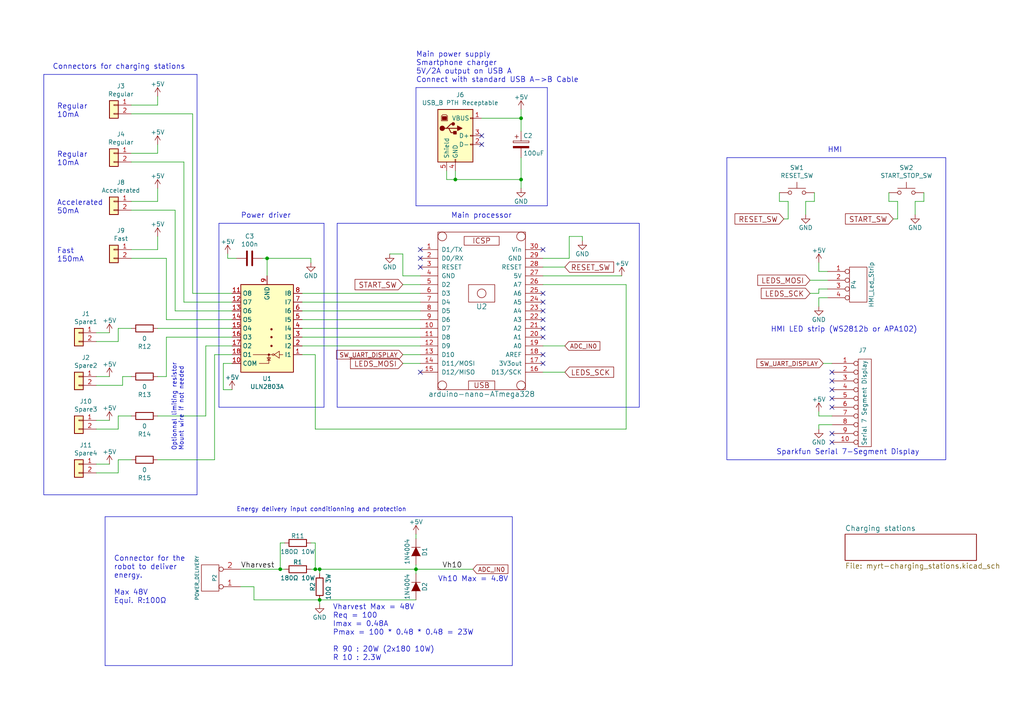
<source format=kicad_sch>
(kicad_sch (version 20230121) (generator eeschema)
  (paper "A4")
  (title_block (title "MakeYourRobotTick - Energy storage & Counter") (date "2017-05-15"))
  (lib_symbols
    (symbol "Connector_Generic:Conn_01x02" (pin_names (offset 1.016) hide)
      (property "Reference" "J" (at 0 2.54 0))
      (property "Value" "Conn_01x02" (at 0 -5.08 0))
      (symbol "Conn_01x02_1_1"
        (rectangle (start -1.27 -2.413) (end 0 -2.667) (stroke (width 0.1524)))
        (rectangle (start -1.27 0.127) (end 0 -0.127) (stroke (width 0.1524)))
        (rectangle (start -1.27 1.27) (end 1.27 -3.81) (stroke (width 0.254)) (fill (type background)))
        (pin passive line (at -5.08 0 0) (length 3.81) (name "Pin_1") (number "1"))
        (pin passive line (at -5.08 -2.54 0) (length 3.81) (name "Pin_2") (number "2"))
      )
    )
    (symbol "Device:C" (pin_numbers hide) (pin_names (offset 0.254))
      (property "Reference" "C" (at 0.635 2.54 0))
      (property "Value" "C" (at 0.635 -2.54 0))
      (symbol "C_0_1"
        (polyline (pts (xy -2.032 -0.762) (xy 2.032 -0.762)) (stroke (width 0.508)))
        (polyline (pts (xy -2.032 0.762) (xy 2.032 0.762)) (stroke (width 0.508)))
      )
      (symbol "C_1_1"
        (pin passive line (at 0 3.81 270) (length 2.794) (name "~") (number "1"))
        (pin passive line (at 0 -3.81 90) (length 2.794) (name "~") (number "2"))
      )
    )
    (symbol "Device:R" (pin_numbers hide) (pin_names (offset 0))
      (property "Reference" "R" (at 2.032 0 90))
      (property "Value" "R" (at 0 0 90))
      (symbol "R_0_1"
        (rectangle (start -1.016 -2.54) (end 1.016 2.54) (stroke (width 0.254)))
      )
      (symbol "R_1_1"
        (pin passive line (at 0 3.81 270) (length 1.27) (name "~") (number "1"))
        (pin passive line (at 0 -3.81 90) (length 1.27) (name "~") (number "2"))
      )
    )
    (symbol "Switch:SW_Push" (pin_numbers hide) (pin_names (offset 1.016) hide)
      (property "Reference" "SW" (at 1.27 2.54 0))
      (property "Value" "SW_Push" (at 0 -1.524 0))
      (symbol "SW_Push_0_1"
        (circle (center -2.032 0) (radius 0.508))
        (polyline (pts (xy 0 1.27) (xy 0 3.048)))
        (polyline (pts (xy 2.54 1.27) (xy -2.54 1.27)))
        (circle (center 2.032 0) (radius 0.508))
        (pin passive line (at -5.08 0 0) (length 2.54) (name "1") (number "1"))
        (pin passive line (at 5.08 0 180) (length 2.54) (name "2") (number "2"))
      )
    )
    (symbol "Transistor_Array:ULN2803A"
      (property "Reference" "U" (at 0 13.335 0))
      (property "Value" "ULN2803A" (at 0 11.43 0))
      (symbol "ULN2803A_0_1"
        (rectangle (start -7.62 -15.24) (end 7.62 10.16) (stroke (width 0.254)) (fill (type background)))
        (circle (center -1.778 5.08) (radius 0.254))
        (circle (center -1.27 -2.286) (radius 0.254) (fill (type outline)))
        (circle (center -1.27 0) (radius 0.254) (fill (type outline)))
        (circle (center -1.27 2.54) (radius 0.254) (fill (type outline)))
        (circle (center -0.508 5.08) (radius 0.254) (fill (type outline)))
        (polyline (pts (xy -4.572 5.08) (xy -3.556 5.08)))
        (polyline (pts (xy -1.524 5.08) (xy 4.064 5.08)))
        (polyline (pts (xy 0 6.731) (xy -1.016 6.731)))
        (polyline (pts (xy -0.508 5.08) (xy -0.508 7.62) (xy 2.286 7.62)))
        (polyline (pts (xy -3.556 6.096) (xy -3.556 4.064) (xy -2.032 5.08) (xy -3.556 6.096)))
        (polyline (pts (xy 0 5.969) (xy -1.016 5.969) (xy -0.508 6.731) (xy 0 5.969)))
      )
      (symbol "ULN2803A_1_1"
        (pin input line (at -10.16 5.08 0) (length 2.54) (name "I1") (number "1"))
        (pin passive line (at 10.16 7.62 180) (length 2.54) (name "COM") (number "10"))
        (pin open_collector line (at 10.16 -12.7 180) (length 2.54) (name "O8") (number "11"))
        (pin open_collector line (at 10.16 -10.16 180) (length 2.54) (name "O7") (number "12"))
        (pin open_collector line (at 10.16 -7.62 180) (length 2.54) (name "O6") (number "13"))
        (pin open_collector line (at 10.16 -5.08 180) (length 2.54) (name "O5") (number "14"))
        (pin open_collector line (at 10.16 -2.54 180) (length 2.54) (name "O4") (number "15"))
        (pin open_collector line (at 10.16 0 180) (length 2.54) (name "O3") (number "16"))
        (pin open_collector line (at 10.16 2.54 180) (length 2.54) (name "O2") (number "17"))
        (pin open_collector line (at 10.16 5.08 180) (length 2.54) (name "O1") (number "18"))
        (pin input line (at -10.16 2.54 0) (length 2.54) (name "I2") (number "2"))
        (pin input line (at -10.16 0 0) (length 2.54) (name "I3") (number "3"))
        (pin input line (at -10.16 -2.54 0) (length 2.54) (name "I4") (number "4"))
        (pin input line (at -10.16 -5.08 0) (length 2.54) (name "I5") (number "5"))
        (pin input line (at -10.16 -7.62 0) (length 2.54) (name "I6") (number "6"))
        (pin input line (at -10.16 -10.16 0) (length 2.54) (name "I7") (number "7"))
        (pin input line (at -10.16 -12.7 0) (length 2.54) (name "I8") (number "8"))
        (pin power_in line (at 0 -17.78 90) (length 2.54) (name "GND") (number "9"))
      )
    )
    (symbol "myrt-rescue:CONN_2" (pin_names (offset 1.016) hide)
      (property "Reference" "P" (at -1.27 0 90))
      (property "Value" "CONN_2" (at 1.27 0 90))
      (symbol "CONN_2_0_1"
        (rectangle (start -2.54 3.81) (end 2.54 -3.81))
      )
      (symbol "CONN_2_1_1"
        (pin passive inverted (at -8.89 2.54 0) (length 6.35) (name "P1") (number "1"))
        (pin passive inverted (at -8.89 -2.54 0) (length 6.35) (name "P2") (number "2"))
      )
    )
    (symbol "myrt-rescue:CONN_4" (pin_names (offset 1.016) hide)
      (property "Reference" "P" (at -1.27 0 90))
      (property "Value" "CONN_4" (at 1.27 0 90))
      (symbol "CONN_4_0_1"
        (rectangle (start -2.54 5.08) (end 2.54 -5.08))
      )
      (symbol "CONN_4_1_1"
        (pin passive inverted (at -8.89 3.81 0) (length 6.35) (name "P1") (number "1"))
        (pin passive inverted (at -8.89 1.27 0) (length 6.35) (name "P2") (number "2"))
        (pin passive inverted (at -8.89 -1.27 0) (length 6.35) (name "P3") (number "3"))
        (pin passive inverted (at -8.89 -3.81 0) (length 6.35) (name "P4") (number "4"))
      )
    )
    (symbol "myrt-rescue:CP" (pin_numbers hide) (pin_names (offset 0.254))
      (property "Reference" "C" (at 0.635 2.54 0))
      (property "Value" "CP" (at 0.635 -2.54 0))
      (symbol "CP_0_1"
        (rectangle (start -2.286 0.508) (end -2.286 1.016))
        (rectangle (start -2.286 0.508) (end 2.286 0.508))
        (polyline (pts (xy -1.778 2.286) (xy -0.762 2.286)))
        (polyline (pts (xy -1.27 2.794) (xy -1.27 1.778)))
        (rectangle (start 2.286 -0.508) (end -2.286 -1.016) (fill (type outline)))
        (rectangle (start 2.286 1.016) (end -2.286 1.016))
        (rectangle (start 2.286 1.016) (end 2.286 0.508))
      )
      (symbol "CP_1_1"
        (pin passive line (at 0 3.81 270) (length 2.794) (name "~") (number "1"))
        (pin passive line (at 0 -3.81 90) (length 2.794) (name "~") (number "2"))
      )
    )
    (symbol "myrt-rescue:D" (pin_numbers hide) (pin_names (offset 1.016) hide)
      (property "Reference" "D" (at 0 2.54 0))
      (property "Value" "D" (at 0 -2.54 0))
      (symbol "D_0_1"
        (polyline (pts (xy -1.27 1.27) (xy -1.27 -1.27)) (stroke (width 0.1524)))
        (polyline (pts (xy 1.27 1.27) (xy -1.27 0) (xy 1.27 -1.27)) (fill (type outline)))
      )
      (symbol "D_1_1"
        (pin passive line (at -3.81 0 0) (length 2.54) (name "K") (number "1"))
        (pin passive line (at 3.81 0 180) (length 2.54) (name "A") (number "2"))
      )
    )
    (symbol "myrt-rescue:R" (pin_numbers hide) (pin_names (offset 0))
      (property "Reference" "R" (at 2.032 0 90))
      (property "Value" "R" (at 0 0 90))
      (symbol "R_0_1"
        (rectangle (start -1.016 -2.54) (end 1.016 2.54) (stroke (width 0.254)))
      )
      (symbol "R_1_1"
        (pin passive line (at 0 3.81 270) (length 1.27) (name "~") (number "1"))
        (pin passive line (at 0 -3.81 90) (length 1.27) (name "~") (number "2"))
      )
    )
    (symbol "myrt-rescue:SIL10" (pin_names (offset 1.016) hide)
      (property "Reference" "J" (at 0 15.24 0))
      (property "Value" "SIL10" (at 0.508 0 90))
      (symbol "SIL10_0_1"
        (rectangle (start -1.27 12.7) (end 2.54 -12.7))
      )
      (symbol "SIL10_1_1"
        (pin passive inverted (at -8.89 11.43 0) (length 7.62) (name "1") (number "1"))
        (pin passive inverted (at -8.89 -11.43 0) (length 7.62) (name "10") (number "10"))
        (pin passive inverted (at -8.89 8.89 0) (length 7.62) (name "2") (number "2"))
        (pin passive inverted (at -8.89 6.35 0) (length 7.62) (name "3") (number "3"))
        (pin passive inverted (at -8.89 3.81 0) (length 7.62) (name "4") (number "4"))
        (pin passive inverted (at -8.89 1.27 0) (length 7.62) (name "5") (number "5"))
        (pin passive inverted (at -8.89 -1.27 0) (length 7.62) (name "6") (number "6"))
        (pin passive inverted (at -8.89 -3.81 0) (length 7.62) (name "7") (number "7"))
        (pin passive inverted (at -8.89 -6.35 0) (length 7.62) (name "8") (number "8"))
        (pin passive inverted (at -8.89 -8.89 0) (length 7.62) (name "9") (number "9"))
      )
    )
    (symbol "myrt-rescue:USB_B-Connector" (pin_names (offset 1.016))
      (property "Reference" "J" (at -5.08 11.43 0))
      (property "Value" "USB_B-Connector" (at -5.08 8.89 0))
      (symbol "USB_B-Connector_0_1"
        (rectangle (start -5.08 -7.62) (end 5.08 7.62) (stroke (width 0.254)) (fill (type background)))
        (circle (center -3.81 2.159) (radius 0.635) (stroke (width 0.254)) (fill (type outline)))
        (rectangle (start -3.81 5.588) (end -2.54 4.572) (fill (type outline)))
        (circle (center -0.635 3.429) (radius 0.381) (stroke (width 0.254)) (fill (type outline)))
        (rectangle (start -0.127 -7.62) (end 0.127 -6.858))
        (polyline (pts (xy -1.905 2.159) (xy 0.635 2.159)) (stroke (width 0.254)))
        (polyline (pts (xy -3.175 2.159) (xy -2.54 2.159) (xy -1.27 3.429) (xy -0.635 3.429)) (stroke (width 0.254)))
        (polyline (pts (xy -2.54 2.159) (xy -1.905 2.159) (xy -1.27 0.889) (xy 0 0.889)) (stroke (width 0.254)))
        (polyline (pts (xy 0.635 2.794) (xy 0.635 1.524) (xy 1.905 2.159) (xy 0.635 2.794)) (stroke (width 0.254)) (fill (type outline)))
        (polyline (pts (xy -4.064 4.318) (xy -2.286 4.318) (xy -2.286 5.715) (xy -2.667 6.096) (xy -3.683 6.096) (xy -4.064 5.715) (xy -4.064 4.318)))
        (rectangle (start 0.254 1.27) (end -0.508 0.508) (stroke (width 0.254)) (fill (type outline)))
        (rectangle (start 5.08 -2.667) (end 4.318 -2.413))
        (rectangle (start 5.08 -0.127) (end 4.318 0.127))
        (rectangle (start 5.08 4.953) (end 4.318 5.207))
      )
      (symbol "USB_B-Connector_1_1"
        (pin power_out line (at 7.62 5.08 180) (length 2.54) (name "VBUS") (number "1"))
        (pin passive line (at 7.62 -2.54 180) (length 2.54) (name "D-") (number "2"))
        (pin passive line (at 7.62 0 180) (length 2.54) (name "D+") (number "3"))
        (pin power_out line (at 0 -10.16 90) (length 2.54) (name "GND") (number "4"))
        (pin passive line (at -2.54 -10.16 90) (length 2.54) (name "Shield") (number "5"))
      )
    )
    (symbol "myrt-rescue:arduino-nano-ATmega328" (pin_names (offset 1.016))
      (property "Reference" "U" (at 0 0 0))
      (property "Value" "arduino-nano-ATmega328" (at 0 -25.4 0))
      (symbol "arduino-nano-ATmega328_0_0"
        (circle (center -11.43 -22.86) (radius 1.27))
        (circle (center -11.43 20.32) (radius 1.27))
        (rectangle (start -3.81 6.35) (end 3.81 1.27))
        (polyline (pts (xy -3.81 -24.13) (xy -3.81 -21.59) (xy 3.81 -21.59) (xy 3.81 -24.13)))
        (circle (center 0 3.81) (radius 1.27))
        (circle (center 11.43 -22.86) (radius 1.27))
        (circle (center 11.43 20.32) (radius 1.27))
        (text "ICSP" (at 0 19.05 0) (effects (font (size 1.524 1.524))))
        (text "USB" (at 0 -22.86 0) (effects (font (size 1.524 1.524))))
      )
      (symbol "arduino-nano-ATmega328_0_1"
        (rectangle (start -5.08 20.32) (end 5.08 17.78))
        (rectangle (start 12.7 -24.13) (end -12.7 21.59))
      )
      (symbol "arduino-nano-ATmega328_1_1"
        (pin bidirectional line (at -17.78 16.51 0) (length 5.08) (name "D1/TX") (number "1"))
        (pin bidirectional line (at -17.78 -6.35 0) (length 5.08) (name "D7") (number "10"))
        (pin bidirectional line (at -17.78 -8.89 0) (length 5.08) (name "D8") (number "11"))
        (pin bidirectional line (at -17.78 -11.43 0) (length 5.08) (name "D9") (number "12"))
        (pin bidirectional line (at -17.78 -13.97 0) (length 5.08) (name "D10") (number "13"))
        (pin bidirectional line (at -17.78 -16.51 0) (length 5.08) (name "D11/MOSI") (number "14"))
        (pin bidirectional line (at -17.78 -19.05 0) (length 5.08) (name "D12/MISO") (number "15"))
        (pin bidirectional line (at 17.78 -19.05 180) (length 5.08) (name "D13/SCK") (number "16"))
        (pin power_out line (at 17.78 -16.51 180) (length 5.08) (name "3V3out") (number "17"))
        (pin input line (at 17.78 -13.97 180) (length 5.08) (name "AREF") (number "18"))
        (pin bidirectional line (at 17.78 -11.43 180) (length 5.08) (name "A0") (number "19"))
        (pin bidirectional line (at -17.78 13.97 0) (length 5.08) (name "D0/RX") (number "2"))
        (pin bidirectional line (at 17.78 -8.89 180) (length 5.08) (name "A1") (number "20"))
        (pin bidirectional line (at 17.78 -6.35 180) (length 5.08) (name "A2") (number "21"))
        (pin bidirectional line (at 17.78 -3.81 180) (length 5.08) (name "A3") (number "22"))
        (pin bidirectional line (at 17.78 -1.27 180) (length 5.08) (name "A4") (number "23"))
        (pin bidirectional line (at 17.78 1.27 180) (length 5.08) (name "A5") (number "24"))
        (pin bidirectional line (at 17.78 3.81 180) (length 5.08) (name "A6") (number "25"))
        (pin bidirectional line (at 17.78 6.35 180) (length 5.08) (name "A7") (number "26"))
        (pin bidirectional line (at 17.78 8.89 180) (length 5.08) (name "5V") (number "27"))
        (pin bidirectional line (at 17.78 11.43 180) (length 5.08) (name "RESET") (number "28"))
        (pin power_in line (at 17.78 13.97 180) (length 5.08) (name "GND") (number "29"))
        (pin bidirectional line (at -17.78 11.43 0) (length 5.08) (name "RESET") (number "3"))
        (pin power_in line (at 17.78 16.51 180) (length 5.08) (name "Vin") (number "30"))
        (pin power_in line (at -17.78 8.89 0) (length 5.08) (name "GND") (number "4"))
        (pin bidirectional line (at -17.78 6.35 0) (length 5.08) (name "D2") (number "5"))
        (pin bidirectional line (at -17.78 3.81 0) (length 5.08) (name "D3") (number "6"))
        (pin bidirectional line (at -17.78 1.27 0) (length 5.08) (name "D4") (number "7"))
        (pin bidirectional line (at -17.78 -1.27 0) (length 5.08) (name "D5") (number "8"))
        (pin bidirectional line (at -17.78 -3.81 0) (length 5.08) (name "D6") (number "9"))
      )
    )
    (symbol "power:+5V" (power) (pin_names (offset 0))
      (property "Value" "+5V" (at 0 3.556 0))
      (symbol "+5V_0_1"
        (polyline (pts (xy -0.762 1.27) (xy 0 2.54)))
        (polyline (pts (xy 0 0) (xy 0 2.54)))
        (polyline (pts (xy 0 2.54) (xy 0.762 1.27)))
      )
      (symbol "+5V_1_1"
        (pin power_in line (at 0 0 90) (length 0) hide (name "+5V") (number "1"))
      )
    )
    (symbol "power:GND" (power) (pin_names (offset 0))
      (property "Value" "GND" (at 0 -3.81 0))
      (symbol "GND_0_1"
        (polyline (pts (xy 0 0) (xy 0 -1.27) (xy 1.27 -1.27) (xy 0 -2.54) (xy -1.27 -1.27) (xy 0 -1.27)))
      )
      (symbol "GND_1_1"
        (pin power_in line (at 0 0 270) (length 0) hide (name "GND") (number "1"))
      )
    )
  )
  (junction (at 92.71 173.99))
  (junction (at 91.44 165.1))
  (junction (at 120.65 165.1))
  (junction (at 92.71 165.1))
  (junction (at 77.47 74.93))
  (junction (at 151.13 52.07))
  (junction (at 151.13 34.29))
  (junction (at 132.08 52.07))
  (junction (at 81.28 165.1))
  (no_connect (at 157.48 72.39))
  (no_connect (at 121.92 72.39))
  (no_connect (at 157.48 95.25))
  (no_connect (at 241.3 118.11))
  (no_connect (at 121.92 77.47))
  (no_connect (at 157.48 85.09))
  (no_connect (at 157.48 102.87))
  (no_connect (at 241.3 128.27))
  (no_connect (at 241.3 110.49))
  (no_connect (at 157.48 97.79))
  (no_connect (at 121.92 107.95))
  (no_connect (at 157.48 92.71))
  (no_connect (at 241.3 125.73))
  (no_connect (at 157.48 87.63))
  (no_connect (at 139.7 39.37))
  (no_connect (at 157.48 105.41))
  (no_connect (at 139.7 41.91))
  (no_connect (at 157.48 90.17))
  (no_connect (at 241.3 113.03))
  (no_connect (at 241.3 107.95))
  (no_connect (at 121.92 74.93))
  (no_connect (at 241.3 115.57))
  (wire (pts (xy 259.08 63.5) (xy 260.35 63.5)))
  (wire (pts (xy 67.31 100.33) (xy 59.69 100.33)))
  (wire (pts (xy 34.29 133.35) (xy 38.1 133.35)))
  (wire (pts (xy 73.66 173.99) (xy 73.66 170.18)))
  (wire (pts (xy 50.8 60.96) (xy 38.1 60.96)))
  (wire (pts (xy 151.13 31.75) (xy 151.13 34.29)))
  (wire (pts (xy 35.56 109.22) (xy 35.56 111.76)))
  (wire (pts (xy 228.6 58.42) (xy 228.6 63.5)))
  (wire (pts (xy 90.17 165.1) (xy 91.44 165.1)))
  (wire (pts (xy 241.3 105.41) (xy 238.76 105.41)))
  (wire (pts (xy 157.48 77.47) (xy 163.83 77.47)))
  (polyline (pts (xy 30.48 193.04) (xy 30.48 149.86)))
  (wire (pts (xy 69.85 165.1) (xy 81.28 165.1)))
  (wire (pts (xy 27.94 99.06) (xy 34.29 99.06)))
  (wire (pts (xy 45.72 72.39) (xy 45.72 68.58)))
  (wire (pts (xy 92.71 165.1) (xy 120.65 165.1)))
  (polyline (pts (xy 148.59 193.04) (xy 30.48 193.04)))
  (wire (pts (xy 121.92 102.87) (xy 116.84 102.87)))
  (wire (pts (xy 45.72 133.35) (xy 62.23 133.35)))
  (wire (pts (xy 120.65 165.1) (xy 120.65 166.37)))
  (wire (pts (xy 151.13 52.07) (xy 151.13 54.61)))
  (polyline (pts (xy 274.32 133.35) (xy 210.82 133.35)))
  (wire (pts (xy 87.63 102.87) (xy 91.44 102.87)))
  (wire (pts (xy 157.48 100.33) (xy 163.83 100.33)))
  (wire (pts (xy 34.29 95.25) (xy 38.1 95.25)))
  (wire (pts (xy 27.94 137.16) (xy 34.29 137.16)))
  (wire (pts (xy 87.63 100.33) (xy 121.92 100.33)))
  (wire (pts (xy 27.94 124.46) (xy 34.29 124.46)))
  (wire (pts (xy 67.31 102.87) (xy 62.23 102.87)))
  (wire (pts (xy 87.63 92.71) (xy 121.92 92.71)))
  (polyline (pts (xy 12.7 143.51) (xy 57.15 143.51)))
  (wire (pts (xy 267.97 58.42) (xy 267.97 55.88)))
  (polyline (pts (xy 97.79 118.11) (xy 97.79 64.77)))
  (wire (pts (xy 92.71 173.99) (xy 92.71 175.26)))
  (wire (pts (xy 38.1 44.45) (xy 45.72 44.45)))
  (wire (pts (xy 121.92 80.01) (xy 116.84 80.01)))
  (polyline (pts (xy 120.65 25.4) (xy 158.75 25.4)))
  (wire (pts (xy 55.88 33.02) (xy 55.88 85.09)))
  (wire (pts (xy 168.91 68.58) (xy 168.91 69.85)))
  (wire (pts (xy 236.22 58.42) (xy 236.22 55.88)))
  (wire (pts (xy 27.94 121.92) (xy 31.75 121.92)))
  (wire (pts (xy 227.33 63.5) (xy 228.6 63.5)))
  (wire (pts (xy 265.43 58.42) (xy 267.97 58.42)))
  (wire (pts (xy 233.68 58.42) (xy 236.22 58.42)))
  (wire (pts (xy 34.29 137.16) (xy 34.29 133.35)))
  (wire (pts (xy 34.29 99.06) (xy 34.29 95.25)))
  (polyline (pts (xy 185.42 64.77) (xy 185.42 118.11)))
  (polyline (pts (xy 210.82 45.72) (xy 274.32 45.72)))
  (wire (pts (xy 157.48 74.93) (xy 165.1 74.93)))
  (wire (pts (xy 129.54 52.07) (xy 132.08 52.07)))
  (wire (pts (xy 45.72 44.45) (xy 45.72 41.91)))
  (wire (pts (xy 121.92 95.25) (xy 87.63 95.25)))
  (wire (pts (xy 48.26 92.71) (xy 48.26 74.93)))
  (wire (pts (xy 27.94 111.76) (xy 35.56 111.76)))
  (wire (pts (xy 241.3 123.19) (xy 237.49 123.19)))
  (wire (pts (xy 64.77 113.03) (xy 64.77 105.41)))
  (wire (pts (xy 165.1 68.58) (xy 168.91 68.58)))
  (wire (pts (xy 81.28 165.1) (xy 82.55 165.1)))
  (wire (pts (xy 53.34 87.63) (xy 67.31 87.63)))
  (wire (pts (xy 45.72 58.42) (xy 45.72 54.61)))
  (wire (pts (xy 116.84 105.41) (xy 121.92 105.41)))
  (wire (pts (xy 157.48 80.01) (xy 180.34 80.01)))
  (wire (pts (xy 77.47 74.93) (xy 77.47 80.01)))
  (wire (pts (xy 151.13 34.29) (xy 139.7 34.29)))
  (wire (pts (xy 165.1 74.93) (xy 165.1 68.58)))
  (wire (pts (xy 73.66 173.99) (xy 92.71 173.99)))
  (wire (pts (xy 87.63 97.79) (xy 121.92 97.79)))
  (wire (pts (xy 91.44 124.46) (xy 181.61 124.46)))
  (wire (pts (xy 91.44 102.87) (xy 91.44 124.46)))
  (wire (pts (xy 45.72 30.48) (xy 45.72 27.94)))
  (wire (pts (xy 91.44 157.48) (xy 91.44 165.1)))
  (wire (pts (xy 260.35 58.42) (xy 257.81 58.42)))
  (polyline (pts (xy 57.15 143.51) (xy 57.15 21.59)))
  (polyline (pts (xy 120.65 59.69) (xy 120.65 25.4)))
  (wire (pts (xy 90.17 74.93) (xy 77.47 74.93)))
  (polyline (pts (xy 93.98 64.77) (xy 93.98 118.11)))
  (wire (pts (xy 237.49 120.65) (xy 237.49 119.38)))
  (polyline (pts (xy 12.7 21.59) (xy 12.7 143.51)))
  (wire (pts (xy 90.17 74.93) (xy 90.17 76.2)))
  (wire (pts (xy 234.95 81.28) (xy 240.03 81.28)))
  (wire (pts (xy 59.69 100.33) (xy 59.69 120.65)))
  (wire (pts (xy 64.77 105.41) (xy 67.31 105.41)))
  (wire (pts (xy 237.49 85.09) (xy 237.49 83.82)))
  (wire (pts (xy 55.88 85.09) (xy 67.31 85.09)))
  (wire (pts (xy 92.71 165.1) (xy 92.71 166.37)))
  (wire (pts (xy 237.49 78.74) (xy 237.49 76.2)))
  (wire (pts (xy 120.65 165.1) (xy 137.16 165.1)))
  (wire (pts (xy 34.29 124.46) (xy 34.29 120.65)))
  (wire (pts (xy 66.04 73.66) (xy 66.04 74.93)))
  (wire (pts (xy 116.84 80.01) (xy 116.84 73.66)))
  (polyline (pts (xy 185.42 118.11) (xy 97.79 118.11)))
  (wire (pts (xy 260.35 58.42) (xy 260.35 63.5)))
  (wire (pts (xy 116.84 73.66) (xy 113.03 73.66)))
  (wire (pts (xy 66.04 74.93) (xy 68.58 74.93)))
  (wire (pts (xy 237.49 86.36) (xy 240.03 86.36)))
  (wire (pts (xy 45.72 120.65) (xy 59.69 120.65)))
  (wire (pts (xy 27.94 134.62) (xy 31.75 134.62)))
  (polyline (pts (xy 158.75 59.69) (xy 120.65 59.69)))
  (wire (pts (xy 181.61 124.46) (xy 181.61 82.55)))
  (wire (pts (xy 240.03 78.74) (xy 237.49 78.74)))
  (wire (pts (xy 132.08 52.07) (xy 132.08 49.53)))
  (polyline (pts (xy 30.48 149.86) (xy 148.59 149.86)))
  (wire (pts (xy 257.81 58.42) (xy 257.81 55.88)))
  (wire (pts (xy 237.49 123.19) (xy 237.49 124.46)))
  (wire (pts (xy 116.84 82.55) (xy 121.92 82.55)))
  (wire (pts (xy 163.83 107.95) (xy 157.48 107.95)))
  (polyline (pts (xy 93.98 118.11) (xy 63.5 118.11)))
  (wire (pts (xy 62.23 102.87) (xy 62.23 133.35)))
  (wire (pts (xy 53.34 46.99) (xy 53.34 87.63)))
  (wire (pts (xy 38.1 30.48) (xy 45.72 30.48)))
  (wire (pts (xy 226.06 55.88) (xy 226.06 58.42)))
  (polyline (pts (xy 274.32 45.72) (xy 274.32 133.35)))
  (wire (pts (xy 67.31 113.03) (xy 64.77 113.03)))
  (wire (pts (xy 233.68 58.42) (xy 233.68 62.23)))
  (wire (pts (xy 38.1 72.39) (xy 45.72 72.39)))
  (wire (pts (xy 81.28 157.48) (xy 81.28 165.1)))
  (wire (pts (xy 27.94 109.22) (xy 31.75 109.22)))
  (wire (pts (xy 90.17 157.48) (xy 91.44 157.48)))
  (wire (pts (xy 50.8 90.17) (xy 67.31 90.17)))
  (wire (pts (xy 48.26 109.22) (xy 45.72 109.22)))
  (wire (pts (xy 27.94 96.52) (xy 31.75 96.52)))
  (wire (pts (xy 237.49 88.9) (xy 237.49 86.36)))
  (wire (pts (xy 226.06 58.42) (xy 228.6 58.42)))
  (wire (pts (xy 87.63 85.09) (xy 121.92 85.09)))
  (polyline (pts (xy 63.5 64.77) (xy 63.5 118.11)))
  (wire (pts (xy 241.3 120.65) (xy 237.49 120.65)))
  (wire (pts (xy 34.29 120.65) (xy 38.1 120.65)))
  (wire (pts (xy 157.48 82.55) (xy 181.61 82.55)))
  (polyline (pts (xy 210.82 133.35) (xy 210.82 45.72)))
  (wire (pts (xy 91.44 165.1) (xy 92.71 165.1)))
  (wire (pts (xy 132.08 52.07) (xy 151.13 52.07)))
  (wire (pts (xy 120.65 163.83) (xy 120.65 165.1)))
  (wire (pts (xy 55.88 33.02) (xy 38.1 33.02)))
  (wire (pts (xy 73.66 170.18) (xy 69.85 170.18)))
  (wire (pts (xy 48.26 97.79) (xy 67.31 97.79)))
  (polyline (pts (xy 63.5 64.77) (xy 93.98 64.77)))
  (wire (pts (xy 121.92 90.17) (xy 87.63 90.17)))
  (wire (pts (xy 38.1 109.22) (xy 35.56 109.22)))
  (wire (pts (xy 48.26 74.93) (xy 38.1 74.93)))
  (polyline (pts (xy 158.75 25.4) (xy 158.75 59.69)))
  (wire (pts (xy 129.54 49.53) (xy 129.54 52.07)))
  (wire (pts (xy 45.72 95.25) (xy 67.31 95.25)))
  (polyline (pts (xy 148.59 149.86) (xy 148.59 193.04)))
  (wire (pts (xy 48.26 92.71) (xy 67.31 92.71)))
  (wire (pts (xy 38.1 58.42) (xy 45.72 58.42)))
  (wire (pts (xy 151.13 34.29) (xy 151.13 38.1)))
  (polyline (pts (xy 57.15 21.59) (xy 12.7 21.59)))
  (wire (pts (xy 50.8 90.17) (xy 50.8 60.96)))
  (wire (pts (xy 121.92 87.63) (xy 87.63 87.63)))
  (wire (pts (xy 82.55 157.48) (xy 81.28 157.48)))
  (wire (pts (xy 120.65 154.94) (xy 120.65 156.21)))
  (wire (pts (xy 48.26 97.79) (xy 48.26 109.22)))
  (wire (pts (xy 237.49 83.82) (xy 240.03 83.82)))
  (wire (pts (xy 53.34 46.99) (xy 38.1 46.99)))
  (wire (pts (xy 265.43 58.42) (xy 265.43 62.23)))
  (polyline (pts (xy 97.79 64.77) (xy 185.42 64.77)))
  (wire (pts (xy 234.95 85.09) (xy 237.49 85.09)))
  (wire (pts (xy 151.13 45.72) (xy 151.13 52.07)))
  (wire (pts (xy 76.2 74.93) (xy 77.47 74.93)))
  (wire (pts (xy 92.71 173.99) (xy 120.65 173.99)))
  (text "Connector for the\nrobot to deliver\nenergy.\n\nMax 48V\nEqui. R:100Ω" (at 33.02 175.26 0) (effects (font (size 1.524 1.524)) (justify left bottom)))
  (text "Energy delivery input conditionning and protection" (at 68.58 148.59 0) (effects (font (size 1.27 1.27)) (justify left bottom)))
  (text "Optionnal limiting resistor\nMount wire if not needed" (at 53.34 130.81 90) (effects (font (size 1.27 1.27)) (justify left bottom)))
  (text "Vharvest Max = 48V\nReq = 100\nImax = 0.48A\nPmax = 100 * 0.48 * 0.48 = 23W\n\nR 90 : 20W (2x180 10W)\nR 10 : 2.3W" (at 96.52 191.77 0) (effects (font (size 1.524 1.524)) (justify left bottom)))
  (text "HMI" (at 240.03 44.45 0) (effects (font (size 1.524 1.524)) (justify left bottom)))
  (text "Main power supply\nSmartphone charger\n5V/2A output on USB A\nConnect with standard USB A->B Cable" (at 120.65 24.13 0) (effects (font (size 1.524 1.524)) (justify left bottom)))
  (text "Power driver" (at 69.85 63.5 0) (effects (font (size 1.524 1.524)) (justify left bottom)))
  (text "Vh10 Max = 4.8V" (at 127 168.91 0) (effects (font (size 1.524 1.524)) (justify left bottom)))
  (text "Connectors for charging stations" (at 15.24 20.32 0) (effects (font (size 1.524 1.524)) (justify left bottom)))
  (text "Sparkfun Serial 7-Segment Display" (at 266.7 132.08 0) (effects (font (size 1.524 1.524)) (justify right bottom)))
  (text "HMI LED strip (WS2812b or APA102)" (at 223.52 96.52 0) (effects (font (size 1.524 1.524)) (justify left bottom)))
  (text "Accelerated\n50mA" (at 16.51 62.23 0) (effects (font (size 1.524 1.524)) (justify left bottom)))
  (text "Regular\n10mA" (at 16.51 34.29 0) (effects (font (size 1.524 1.524)) (justify left bottom)))
  (text "Fast\n150mA" (at 16.51 76.2 0) (effects (font (size 1.524 1.524)) (justify left bottom)))
  (text "Main processor" (at 130.81 63.5 0) (effects (font (size 1.524 1.524)) (justify left bottom)))
  (text "Regular\n10mA" (at 16.51 48.26 0) (effects (font (size 1.524 1.524)) (justify left bottom)))
  (label "Vharvest" (at 69.85 165.1 0) (effects (font (size 1.524 1.524))))
  (label "Vh10" (at 128.27 165.1 0) (effects (font (size 1.524 1.524))))
  (global_label "LEDS_SCK" (shape input) (at 234.95 85.09 180) (effects (font (size 1.524 1.524))) (property "Intersheetrefs" "${INTERSHEET_REFS}" (effects hide)) (property "Références Inter-Feuilles" "${INTERSHEET_REFS}" (effects hide)))
  (global_label "LEDS_SCK" (shape input) (at 163.83 107.95 0) (effects (font (size 1.524 1.524))) (property "Intersheetrefs" "${INTERSHEET_REFS}" (effects hide)) (property "Références Inter-Feuilles" "${INTERSHEET_REFS}" (effects hide)))
  (global_label "RESET_SW" (shape input) (at 227.33 63.5 180) (effects (font (size 1.524 1.524))) (property "Intersheetrefs" "${INTERSHEET_REFS}" (effects hide)) (property "Références Inter-Feuilles" "${INTERSHEET_REFS}" (effects hide)))
  (global_label "ADC_IN0" (shape input) (at 163.83 100.33 0) (property "Intersheetrefs" "${INTERSHEET_REFS}" (effects hide)) (property "Références Inter-Feuilles" "${INTERSHEET_REFS}" (effects hide)))
  (global_label "SW_UART_DISPLAY" (shape input) (at 238.76 105.41 180) (property "Intersheetrefs" "${INTERSHEET_REFS}" (effects hide)) (property "Références Inter-Feuilles" "${INTERSHEET_REFS}" (effects hide)))
  (global_label "SW_UART_DISPLAY" (shape input) (at 116.84 102.87 180) (property "Intersheetrefs" "${INTERSHEET_REFS}" (effects hide)) (property "Références Inter-Feuilles" "${INTERSHEET_REFS}" (effects hide)))
  (global_label "LEDS_MOSI" (shape input) (at 234.95 81.28 180) (effects (font (size 1.524 1.524))) (property "Intersheetrefs" "${INTERSHEET_REFS}" (effects hide)) (property "Références Inter-Feuilles" "${INTERSHEET_REFS}" (effects hide)))
  (global_label "START_SW" (shape input) (at 116.84 82.55 180) (effects (font (size 1.524 1.524))) (property "Intersheetrefs" "${INTERSHEET_REFS}" (effects hide)) (property "Références Inter-Feuilles" "${INTERSHEET_REFS}" (effects hide)))
  (global_label "START_SW" (shape input) (at 259.08 63.5 180) (effects (font (size 1.524 1.524))) (property "Intersheetrefs" "${INTERSHEET_REFS}" (effects hide)) (property "Références Inter-Feuilles" "${INTERSHEET_REFS}" (effects hide)))
  (global_label "LEDS_MOSI" (shape input) (at 116.84 105.41 180) (effects (font (size 1.524 1.524))) (property "Intersheetrefs" "${INTERSHEET_REFS}" (effects hide)) (property "Références Inter-Feuilles" "${INTERSHEET_REFS}" (effects hide)))
  (global_label "ADC_IN0" (shape input) (at 137.16 165.1 0) (property "Intersheetrefs" "${INTERSHEET_REFS}" (effects hide)) (property "Références Inter-Feuilles" "${INTERSHEET_REFS}" (effects hide)))
  (global_label "RESET_SW" (shape input) (at 163.83 77.47 0) (effects (font (size 1.524 1.524))) (property "Intersheetrefs" "${INTERSHEET_REFS}" (effects hide)) (property "Références Inter-Feuilles" "${INTERSHEET_REFS}" (effects hide)))
  (symbol (lib_id "myrt-rescue:arduino-nano-ATmega328") (at 139.7 88.9 0) (unit 1)
    (property "Reference" "U2" (at 139.7 88.9 0) (effects (font (size 1.524 1.524))))
    (property "Value" "arduino-nano-ATmega328" (at 139.7 114.3 0) (effects (font (size 1.524 1.524))))
    (property "Footprint" "Module:Arduino_Nano" (effects hide))
    (property "Manufacturer" "Arduino" (effects hide))
    (property "Product Code" "Nano" (effects hide))
    (property "Vendor" "Farnell" (effects hide))
    (property "Order Code" "1848691" (effects hide))
    (property "Vendor URL" "https://fr.farnell.com/arduino/a000005/arduino-nano-carte-d-eval/dp/1848691?st=arduino%20nano" (effects hide))
    (property "Price" "16.29€" (effects hide))
  )
  (symbol (lib_id "power:GND") (at 151.13 54.61 0) (unit 1)
    (property "Reference" "#PWR01" (effects hide))
    (property "Value" "GND" (at 151.13 58.42 0))
  )
  (symbol (lib_id "myrt-rescue:CP") (at 151.13 41.91 0) (unit 1)
    (property "Reference" "C2" (at 151.765 39.37 0) (effects (justify left)))
    (property "Value" "100uF" (at 151.765 44.45 0) (effects (justify left)))
    (property "Footprint" "Capacitor_THT:CP_Radial_D10.0mm_P5.00mm" (effects hide))
    (property "Manufacturer" "Generic" (effects hide))
    (property "Vendor" "Stock" (effects hide))
  )
  (symbol (lib_id "power:GND") (at 113.03 73.66 0) (unit 1)
    (property "Reference" "#PWR02" (effects hide))
    (property "Value" "GND" (at 113.03 77.47 0))
  )
  (symbol (lib_id "power:+5V") (at 151.13 31.75 0) (unit 1)
    (property "Reference" "#PWR03" (effects hide))
    (property "Value" "+5V" (at 151.13 28.194 0))
  )
  (symbol (lib_id "power:+5V") (at 180.34 80.01 0) (unit 1)
    (property "Reference" "#PWR04" (effects hide))
    (property "Value" "+5V" (at 180.34 76.454 0))
  )
  (symbol (lib_id "power:GND") (at 168.91 69.85 0) (unit 1)
    (property "Reference" "#PWR05" (effects hide))
    (property "Value" "GND" (at 168.91 73.66 0))
  )
  (symbol (lib_id "power:+5V") (at 45.72 27.94 0) (unit 1)
    (property "Reference" "#PWR06" (effects hide))
    (property "Value" "+5V" (at 45.72 24.384 0))
  )
  (symbol (lib_id "power:+5V") (at 45.72 41.91 0) (unit 1)
    (property "Reference" "#PWR07" (effects hide))
    (property "Value" "+5V" (at 45.72 38.354 0))
  )
  (symbol (lib_id "power:+5V") (at 67.31 113.03 0) (unit 1)
    (property "Reference" "#PWR010" (effects hide))
    (property "Value" "+5V" (at 67.31 109.474 0))
  )
  (symbol (lib_id "power:GND") (at 90.17 76.2 0) (unit 1)
    (property "Reference" "#PWR011" (effects hide))
    (property "Value" "GND" (at 90.17 80.01 0))
  )
  (symbol (lib_id "power:GND") (at 233.68 62.23 0) (unit 1)
    (property "Reference" "#PWR012" (effects hide))
    (property "Value" "GND" (at 233.68 66.04 0))
  )
  (symbol (lib_id "power:GND") (at 265.43 62.23 0) (unit 1)
    (property "Reference" "#PWR013" (effects hide))
    (property "Value" "GND" (at 265.43 66.04 0))
  )
  (symbol (lib_id "myrt-rescue:CONN_4") (at 248.92 82.55 0) (unit 1)
    (property "Reference" "P4" (at 247.65 82.55 90))
    (property "Value" "HMI_Led_Strip" (at 252.73 82.55 90))
    (property "Footprint" "Connector_PinSocket_2.54mm:PinSocket_1x04_P2.54mm_Vertical" (effects hide))
    (property "Vendor" "Stock" (effects hide))
  )
  (symbol (lib_id "power:+5V") (at 237.49 76.2 0) (unit 1)
    (property "Reference" "#PWR014" (effects hide))
    (property "Value" "+5V" (at 237.49 72.644 0))
  )
  (symbol (lib_id "power:GND") (at 237.49 88.9 0) (unit 1)
    (property "Reference" "#PWR015" (effects hide))
    (property "Value" "GND" (at 237.49 92.71 0))
  )
  (symbol (lib_id "myrt-rescue:CONN_2") (at 60.96 167.64 180) (unit 1)
    (property "Reference" "P2" (at 62.23 167.64 90) (effects (font (size 1.016 1.016))))
    (property "Value" "POWER_DELIVERY" (at 57.15 167.64 90) (effects (font (size 1.016 1.016))))
    (property "Footprint" "Connector_Phoenix_MC:PhoenixContact_MCV_1,5_2-G-3.5_1x02_P3.50mm_Vertical" (effects hide))
    (property "Vendor" "Farnell" (effects hide))
    (property "Manufacturer" "Phoenix Contact" (effects hide))
    (property "Order Code" "3704816" (effects hide))
    (property "Price" "0,694 €" (effects hide))
    (property "Product Code" "1843606" (effects hide))
    (property "Vendor URL" "https://fr.farnell.com/phoenix-contact/1843606/embase-male-verticalee-ci-2v-3/dp/3704816" (effects hide))
  )
  (symbol (lib_id "power:GND") (at 92.71 175.26 0) (unit 1)
    (property "Reference" "#PWR017" (effects hide))
    (property "Value" "GND" (at 92.71 179.07 0))
  )
  (symbol (lib_id "myrt-rescue:SIL10") (at 250.19 116.84 0) (unit 1)
    (property "Reference" "J7" (at 250.19 101.6 0))
    (property "Value" "Serial 7 Segment Display" (at 250.698 116.84 90))
    (property "Footprint" "Connector_PinSocket_2.54mm:PinSocket_1x10_P2.54mm_Vertical" (effects hide))
    (property "Vendor" "Stock" (effects hide))
    (property "Manufacturer" "Generic" (effects hide))
    (property "Note" "Pin row, soldered" (effects hide))
  )
  (symbol (lib_id "power:GND") (at 237.49 124.46 0) (unit 1)
    (property "Reference" "#PWR018" (effects hide))
    (property "Value" "GND" (at 237.49 128.27 0))
  )
  (symbol (lib_id "power:+5V") (at 237.49 119.38 0) (unit 1)
    (property "Reference" "#PWR019" (effects hide))
    (property "Value" "+5V" (at 237.49 115.824 0))
  )
  (symbol (lib_id "myrt-rescue:R") (at 86.36 165.1 270) (mirror x) (unit 1)
    (property "Reference" "R1" (at 86.36 163.068 90))
    (property "Value" "180Ω 10W" (at 86.36 167.64 90))
    (property "Footprint" "Resistor_THT:R_Axial_Power_L48.0mm_W12.5mm_P55.88mm" (effects hide))
    (property "Datasheet" "https://www.mouser.fr/datasheet/2/427/rsns-226497.pdf" (effects hide))
    (property "Manufacturer" "Ohmite" (effects hide))
    (property "Product Code" "40F180E" (effects hide))
    (property "Vendor" "Mouser" (effects hide))
    (property "Order Code" "588-40F180E" (effects hide))
    (property "Vendor URL" "https://www.mouser.fr/ProductDetail/Ohmite/40F180E?qs=sGAEpiMZZMtlubZbdhIBIEHdO7eSZkmT7R5sDi8s8e4=" (effects hide))
    (property "Price" "1.84€" (effects hide))
  )
  (symbol (lib_id "myrt-rescue:R") (at 92.71 170.18 180) (unit 1)
    (property "Reference" "R2" (at 90.678 170.18 90))
    (property "Value" "10Ω 3W" (at 95.25 170.18 90))
    (property "Footprint" "Resistor_THT:R_Axial_DIN0516_L15.5mm_D5.0mm_P25.40mm_Horizontal" (effects hide))
    (property "Datasheet" "https://www.mouser.fr/datasheet/2/427/rsns-226497.pdf" (effects hide))
    (property "Manufacturer" "Vishay" (effects hide))
    (property "Product Code" "RS02B10R00FE70" (effects hide))
    (property "Vendor" "Mouser" (effects hide))
    (property "Order Code" "71-RS02B10R00FE70 " (effects hide))
    (property "Vendor URL" "https://www.mouser.fr/ProductDetail/Vishay-Dale/RS02B10R00FE70?qs=sGAEpiMZZMtlubZbdhIBIEQr48pzz0ljrw8eIRcvLmY%3d" (effects hide))
    (property "Price" "0.655€" (effects hide))
  )
  (symbol (lib_id "myrt-rescue:D") (at 120.65 160.02 270) (unit 1)
    (property "Reference" "D1" (at 123.19 160.02 0))
    (property "Value" "1N4004" (at 118.11 160.02 0))
    (property "Footprint" "Diode_THT:D_DO-41_SOD81_P12.70mm_Horizontal" (effects hide))
    (property "Manufacturer" "Generic" (effects hide))
    (property "Vendor" "Stock" (effects hide))
  )
  (symbol (lib_id "myrt-rescue:D") (at 120.65 170.18 270) (unit 1)
    (property "Reference" "D2" (at 123.19 170.18 0))
    (property "Value" "1N4004" (at 118.11 170.18 0))
    (property "Footprint" "Diode_THT:D_DO-41_SOD81_P12.70mm_Horizontal" (effects hide))
    (property "Manufacturer" "Generic" (effects hide))
    (property "Vendor" "Stock" (effects hide))
  )
  (symbol (lib_id "power:+5V") (at 120.65 154.94 0) (unit 1)
    (property "Reference" "#PWR021" (effects hide))
    (property "Value" "+5V" (at 120.65 151.384 0))
  )
  (symbol (lib_id "Switch:SW_Push") (at 231.14 55.88 0) (unit 1)
    (property "Reference" "SW1" (at 231.14 48.641 0))
    (property "Value" "RESET_SW" (at 231.14 50.9524 0))
    (property "Footprint" "Button_Switch_THT:SW_PUSH-12mm_Wuerth-430476085716" (effects hide))
    (property "Vendor" "Stock" (effects hide))
  )
  (symbol (lib_id "Switch:SW_Push") (at 262.89 55.88 0) (unit 1)
    (property "Reference" "SW2" (at 262.89 48.641 0))
    (property "Value" "START_STOP_SW" (at 262.89 50.9524 0))
    (property "Footprint" "Button_Switch_THT:SW_PUSH-12mm_Wuerth-430476085716" (effects hide))
    (property "Vendor" "Stock" (effects hide))
  )
  (symbol (lib_id "Transistor_Array:ULN2803A") (at 77.47 97.79 180) (unit 1)
    (property "Reference" "U1" (at 77.47 109.8296 0))
    (property "Value" "ULN2803A" (at 77.47 112.141 0))
    (property "Footprint" "Package_DIP:DIP-18_W7.62mm_Socket_LongPads" (effects hide))
    (property "Datasheet" "http://www.ti.com/lit/ds/symlink/uln2803a.pdf" (effects hide))
    (property "Manufacturer" "Generic" (effects hide))
    (property "Vendor" "Stock" (effects hide))
  )
  (symbol (lib_id "Device:R") (at 41.91 95.25 270) (mirror x) (unit 1)
    (property "Reference" "R12" (at 41.91 100.5078 90))
    (property "Value" "0" (at 41.91 98.1964 90))
    (property "Footprint" "Resistor_THT:R_Axial_DIN0207_L6.3mm_D2.5mm_P15.24mm_Horizontal" (effects hide))
    (property "Vendor" "Stock" (effects hide))
    (property "Note" "Not mounted" (effects hide))
  )
  (symbol (lib_id "Connector_Generic:Conn_01x02") (at 33.02 30.48 0) (mirror y) (unit 1)
    (property "Reference" "J3" (at 35.052 24.9682 0))
    (property "Value" "Regular" (at 35.052 27.2796 0))
    (property "Footprint" "Connector_Phoenix_MC:PhoenixContact_MCV_1,5_2-G-3.5_1x02_P3.50mm_Vertical" (effects hide))
    (property "Manufacturer" "Phoenix Contact" (effects hide))
    (property "Product Code" "1843606" (effects hide))
    (property "Vendor" "Farnell" (effects hide))
    (property "Order Code" "3704816" (effects hide))
    (property "Vendor URL" "https://fr.farnell.com/phoenix-contact/1843606/embase-male-verticalee-ci-2v-3/dp/3704816" (effects hide))
    (property "Price" "0,694 €" (effects hide))
    (property "Notes" "Mate with product 1863152, order code 5089050" (effects hide))
  )
  (symbol (lib_id "Connector_Generic:Conn_01x02") (at 33.02 44.45 0) (mirror y) (unit 1)
    (property "Reference" "J4" (at 35.052 38.9382 0))
    (property "Value" "Regular" (at 35.052 41.2496 0))
    (property "Footprint" "Connector_Phoenix_MC:PhoenixContact_MCV_1,5_2-G-3.5_1x02_P3.50mm_Vertical" (effects hide))
    (property "Vendor" "Farnell" (effects hide))
    (property "Manufacturer" "Phoenix Contact" (effects hide))
    (property "Order Code" "3704816" (effects hide))
    (property "Price" "0,694 €" (effects hide))
    (property "Product Code" "1843606" (effects hide))
    (property "Vendor URL" "https://fr.farnell.com/phoenix-contact/1843606/embase-male-verticalee-ci-2v-3/dp/3704816" (effects hide))
  )
  (symbol (lib_id "Connector_Generic:Conn_01x02") (at 33.02 58.42 0) (mirror y) (unit 1)
    (property "Reference" "J8" (at 35.052 52.9082 0))
    (property "Value" "Accelerated" (at 35.052 55.2196 0))
    (property "Footprint" "Connector_Phoenix_MC:PhoenixContact_MCV_1,5_2-G-3.5_1x02_P3.50mm_Vertical" (effects hide))
    (property "Vendor" "Farnell" (effects hide))
    (property "Manufacturer" "Phoenix Contact" (effects hide))
    (property "Order Code" "3704816" (effects hide))
    (property "Price" "0,694 €" (effects hide))
    (property "Product Code" "1843606" (effects hide))
    (property "Vendor URL" "https://fr.farnell.com/phoenix-contact/1843606/embase-male-verticalee-ci-2v-3/dp/3704816" (effects hide))
  )
  (symbol (lib_id "power:+5V") (at 45.72 54.61 0) (unit 1)
    (property "Reference" "#PWR016" (effects hide))
    (property "Value" "+5V" (at 45.72 51.054 0))
  )
  (symbol (lib_id "Connector_Generic:Conn_01x02") (at 33.02 72.39 0) (mirror y) (unit 1)
    (property "Reference" "J9" (at 35.052 66.8782 0))
    (property "Value" "Fast" (at 35.052 69.1896 0))
    (property "Footprint" "Connector_Phoenix_MC:PhoenixContact_MCV_1,5_2-G-3.5_1x02_P3.50mm_Vertical" (effects hide))
    (property "Vendor" "Farnell" (effects hide))
    (property "Manufacturer" "Phoenix Contact" (effects hide))
    (property "Order Code" "3704816" (effects hide))
    (property "Price" "0,694 €" (effects hide))
    (property "Product Code" "1843606" (effects hide))
    (property "Vendor URL" "https://fr.farnell.com/phoenix-contact/1843606/embase-male-verticalee-ci-2v-3/dp/3704816" (effects hide))
  )
  (symbol (lib_id "power:+5V") (at 45.72 68.58 0) (unit 1)
    (property "Reference" "#PWR020" (effects hide))
    (property "Value" "+5V" (at 45.72 65.024 0))
  )
  (symbol (lib_id "Connector_Generic:Conn_01x02") (at 22.86 96.52 0) (mirror y) (unit 1)
    (property "Reference" "J1" (at 24.892 91.0082 0))
    (property "Value" "Spare1" (at 24.892 93.3196 0))
    (property "Footprint" "Connector_Phoenix_MC:PhoenixContact_MCV_1,5_2-G-3.5_1x02_P3.50mm_Vertical" (effects hide))
    (property "Vendor" "Farnell" (effects hide))
    (property "Manufacturer" "Phoenix Contact" (effects hide))
    (property "Order Code" "3704816" (effects hide))
    (property "Price" "0,694 €" (effects hide))
    (property "Product Code" "1843606" (effects hide))
    (property "Vendor URL" "https://fr.farnell.com/phoenix-contact/1843606/embase-male-verticalee-ci-2v-3/dp/3704816" (effects hide))
  )
  (symbol (lib_id "myrt-rescue:R") (at 86.36 157.48 270) (mirror x) (unit 1)
    (property "Reference" "R11" (at 86.36 155.448 90))
    (property "Value" "180Ω 10W" (at 86.36 160.02 90))
    (property "Footprint" "Resistor_THT:R_Axial_Power_L48.0mm_W12.5mm_P55.88mm" (effects hide))
    (property "Datasheet" "https://www.mouser.fr/datasheet/2/427/rsns-226497.pdf" (effects hide))
    (property "Manufacturer" "Ohmite" (effects hide))
    (property "Product Code" "40F180E" (effects hide))
    (property "Vendor" "Mouser" (effects hide))
    (property "Order Code" "588-40F180E" (effects hide))
    (property "Vendor URL" "https://www.mouser.fr/ProductDetail/Ohmite/40F180E?qs=sGAEpiMZZMtlubZbdhIBIEHdO7eSZkmT7R5sDi8s8e4=" (effects hide))
    (property "Price" "1.84€" (effects hide))
  )
  (symbol (lib_id "myrt-rescue:USB_B-Connector") (at 132.08 39.37 0) (unit 1)
    (property "Reference" "J6" (at 133.477 27.5082 0))
    (property "Value" "USB_B PTH Receptable" (at 133.477 29.8196 0))
    (property "Footprint" "Connector_USB:USB_B_OST_USB-B1HSxx_Horizontal" (effects hide))
    (property "Datasheet" "https://www.mouser.fr/datasheet/2/670/uj2-bh-th-1313253.pdf" (effects hide))
    (property "Manufacturer" "CUI Inc." (effects hide))
    (property "Product Code" "UJ2-BH-1-TH " (effects hide))
    (property "Vendor" "Mouser" (effects hide))
    (property "Order Code" "490-UJ2-BH-1-TH" (effects hide))
    (property "Vendor URL" "https://www.mouser.fr/ProductDetail/CUI/UJ2-BH-1-TH?qs=sGAEpiMZZMulM8LPOQ%252byk%252br6FietFiXBCIrgS7RAKFVYT%252bdozVdYew%3d%3d" (effects hide))
    (property "Price" "0.553€" (effects hide))
  )
  (symbol (lib_id "power:+5V") (at 31.75 96.52 0) (unit 1)
    (property "Reference" "#PWR08" (effects hide))
    (property "Value" "+5V" (at 31.75 92.964 0))
  )
  (symbol (lib_id "Connector_Generic:Conn_01x02") (at 22.86 109.22 0) (mirror y) (unit 1)
    (property "Reference" "J2" (at 24.892 103.7082 0))
    (property "Value" "Spare2" (at 24.892 106.0196 0))
    (property "Footprint" "Connector_Phoenix_MC:PhoenixContact_MCV_1,5_2-G-3.5_1x02_P3.50mm_Vertical" (effects hide))
    (property "Vendor" "Farnell" (effects hide))
    (property "Manufacturer" "Phoenix Contact" (effects hide))
    (property "Order Code" "3704816" (effects hide))
    (property "Price" "0,694 €" (effects hide))
    (property "Product Code" "1843606" (effects hide))
    (property "Vendor URL" "https://fr.farnell.com/phoenix-contact/1843606/embase-male-verticalee-ci-2v-3/dp/3704816" (effects hide))
  )
  (symbol (lib_id "Device:R") (at 41.91 109.22 270) (mirror x) (unit 1)
    (property "Reference" "R13" (at 41.91 114.4778 90))
    (property "Value" "0" (at 41.91 112.1664 90))
    (property "Footprint" "Resistor_THT:R_Axial_DIN0207_L6.3mm_D2.5mm_P15.24mm_Horizontal" (effects hide))
    (property "Vendor" "Stock" (effects hide))
    (property "Note" "Not mounted" (effects hide))
  )
  (symbol (lib_id "power:+5V") (at 31.75 109.22 0) (unit 1)
    (property "Reference" "#PWR09" (effects hide))
    (property "Value" "+5V" (at 31.75 105.664 0))
  )
  (symbol (lib_id "Device:C") (at 72.39 74.93 270) (unit 1)
    (property "Reference" "C3" (at 72.39 68.5292 90))
    (property "Value" "100n" (at 72.39 70.8406 90))
    (property "Footprint" "Capacitor_THT:C_Rect_L7.0mm_W2.5mm_P5.00mm" (effects hide))
    (property "Vendor" "Stock" (effects hide))
    (property "Manufacturer" "Generic" (effects hide))
  )
  (symbol (lib_id "power:+5V") (at 66.04 73.66 0) (unit 1)
    (property "Reference" "#PWR022" (effects hide))
    (property "Value" "+5V" (at 66.04 70.104 0))
  )
  (symbol (lib_id "Device:R") (at 41.91 120.65 270) (mirror x) (unit 1)
    (property "Reference" "R14" (at 41.91 125.9078 90))
    (property "Value" "0" (at 41.91 123.5964 90))
    (property "Footprint" "Resistor_THT:R_Axial_DIN0207_L6.3mm_D2.5mm_P15.24mm_Horizontal" (effects hide))
    (property "Vendor" "Stock" (effects hide))
    (property "Note" "Not mounted" (effects hide))
  )
  (symbol (lib_id "Connector_Generic:Conn_01x02") (at 22.86 121.92 0) (mirror y) (unit 1)
    (property "Reference" "J10" (at 24.892 116.4082 0))
    (property "Value" "Spare3" (at 24.892 118.7196 0))
    (property "Footprint" "Connector_Phoenix_MC:PhoenixContact_MCV_1,5_2-G-3.5_1x02_P3.50mm_Vertical" (effects hide))
    (property "Vendor" "Farnell" (effects hide))
    (property "Manufacturer" "Phoenix Contact" (effects hide))
    (property "Order Code" "3704816" (effects hide))
    (property "Price" "0,694 €" (effects hide))
    (property "Product Code" "1843606" (effects hide))
    (property "Vendor URL" "https://fr.farnell.com/phoenix-contact/1843606/embase-male-verticalee-ci-2v-3/dp/3704816" (effects hide))
  )
  (symbol (lib_id "power:+5V") (at 31.75 121.92 0) (unit 1)
    (property "Reference" "#PWR023" (effects hide))
    (property "Value" "+5V" (at 31.75 118.364 0))
  )
  (symbol (lib_id "Device:R") (at 41.91 133.35 270) (mirror x) (unit 1)
    (property "Reference" "R15" (at 41.91 138.6078 90))
    (property "Value" "0" (at 41.91 136.2964 90))
    (property "Footprint" "Resistor_THT:R_Axial_DIN0207_L6.3mm_D2.5mm_P15.24mm_Horizontal" (effects hide))
    (property "Vendor" "Stock" (effects hide))
    (property "Note" "Not mounted" (effects hide))
  )
  (symbol (lib_id "Connector_Generic:Conn_01x02") (at 22.86 134.62 0) (mirror y) (unit 1)
    (property "Reference" "J11" (at 24.892 129.1082 0))
    (property "Value" "Spare4" (at 24.892 131.4196 0))
    (property "Footprint" "Connector_Phoenix_MC:PhoenixContact_MCV_1,5_2-G-3.5_1x02_P3.50mm_Vertical" (effects hide))
    (property "Vendor" "Farnell" (effects hide))
    (property "Manufacturer" "Phoenix Contact" (effects hide))
    (property "Order Code" "3704816" (effects hide))
    (property "Price" "0,694 €" (effects hide))
    (property "Product Code" "1843606" (effects hide))
    (property "Vendor URL" "https://fr.farnell.com/phoenix-contact/1843606/embase-male-verticalee-ci-2v-3/dp/3704816" (effects hide))
  )
  (symbol (lib_id "power:+5V") (at 31.75 134.62 0) (unit 1)
    (property "Reference" "#PWR024" (effects hide))
    (property "Value" "+5V" (at 31.75 131.064 0))
  )
  (sheet (at 245.11 154.94) (size 38.1 7.62)
    (property "Sheetname" "Charging stations" (at 245.11 154.1014 0) (effects (font (size 1.524 1.524)) (justify left bottom)))
    (property "Sheetfile" "myrt-charging_stations.kicad_sch" (at 245.11 163.2462 0) (effects (font (size 1.524 1.524)) (justify left top)))
  )
)
</source>
